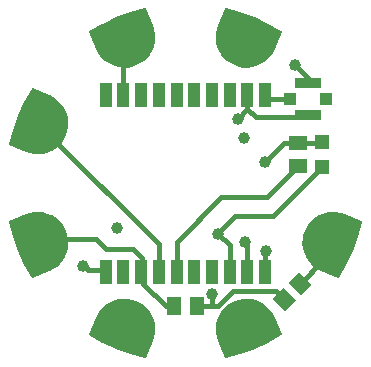
<source format=gbr>
G04 EAGLE Gerber RS-274X export*
G75*
%MOMM*%
%FSLAX34Y34*%
%LPD*%
%INTop Copper*%
%IPPOS*%
%AMOC8*
5,1,8,0,0,1.08239X$1,22.5*%
G01*
%ADD10R,1.000000X2.000000*%
%ADD11R,1.200000X1.200000*%
%ADD12R,1.500000X1.300000*%
%ADD13R,1.300000X1.500000*%
%ADD14C,1.000000*%
%ADD15R,2.200000X0.850000*%
%ADD16R,1.050000X1.000000*%
%ADD17C,2.540000*%
%ADD18C,0.406400*%
%ADD19C,1.008000*%

G36*
X-129377Y-80320D02*
X-129377Y-80320D01*
X-129352Y-80322D01*
X-129212Y-80287D01*
X-129181Y-80281D01*
X-129176Y-80278D01*
X-129170Y-80277D01*
X-115090Y-74445D01*
X-115073Y-74434D01*
X-115049Y-74426D01*
X-111809Y-72804D01*
X-111778Y-72781D01*
X-111731Y-72757D01*
X-108754Y-70691D01*
X-108733Y-70670D01*
X-108712Y-70657D01*
X-108705Y-70649D01*
X-108683Y-70634D01*
X-106031Y-68164D01*
X-106008Y-68134D01*
X-105969Y-68098D01*
X-103695Y-65276D01*
X-103677Y-65243D01*
X-103644Y-65202D01*
X-101794Y-62085D01*
X-101781Y-62049D01*
X-101754Y-62004D01*
X-100367Y-58656D01*
X-100359Y-58619D01*
X-100339Y-58570D01*
X-99442Y-55059D01*
X-99440Y-55021D01*
X-99426Y-54970D01*
X-99039Y-51366D01*
X-99042Y-51328D01*
X-99036Y-51276D01*
X-99165Y-47654D01*
X-99173Y-47617D01*
X-99175Y-47564D01*
X-99818Y-43998D01*
X-99831Y-43962D01*
X-99840Y-43910D01*
X-100985Y-40472D01*
X-101003Y-40438D01*
X-101020Y-40388D01*
X-102642Y-37147D01*
X-102665Y-37117D01*
X-102688Y-37069D01*
X-104755Y-34093D01*
X-104782Y-34066D01*
X-104812Y-34022D01*
X-107281Y-31370D01*
X-107312Y-31347D01*
X-107347Y-31308D01*
X-110169Y-29034D01*
X-110203Y-29016D01*
X-110243Y-28982D01*
X-113360Y-27133D01*
X-113396Y-27120D01*
X-113441Y-27093D01*
X-116789Y-25706D01*
X-116826Y-25698D01*
X-116875Y-25677D01*
X-120387Y-24781D01*
X-120425Y-24778D01*
X-120476Y-24765D01*
X-124079Y-24378D01*
X-124117Y-24380D01*
X-124169Y-24374D01*
X-127791Y-24504D01*
X-127828Y-24512D01*
X-127881Y-24513D01*
X-131447Y-25157D01*
X-131483Y-25170D01*
X-131535Y-25179D01*
X-134974Y-26324D01*
X-134991Y-26333D01*
X-135016Y-26340D01*
X-149096Y-32172D01*
X-149117Y-32185D01*
X-149140Y-32192D01*
X-149205Y-32241D01*
X-149264Y-32276D01*
X-149270Y-32283D01*
X-149285Y-32293D01*
X-149300Y-32312D01*
X-149319Y-32327D01*
X-149367Y-32401D01*
X-149374Y-32411D01*
X-149405Y-32450D01*
X-149407Y-32456D01*
X-149420Y-32472D01*
X-149427Y-32496D01*
X-149440Y-32516D01*
X-149458Y-32602D01*
X-149470Y-32641D01*
X-149477Y-32662D01*
X-149477Y-32665D01*
X-149484Y-32687D01*
X-149482Y-32712D01*
X-149487Y-32736D01*
X-149471Y-32878D01*
X-149471Y-32881D01*
X-149471Y-32887D01*
X-149470Y-32887D01*
X-149469Y-32911D01*
X-149467Y-32916D01*
X-149466Y-32922D01*
X-146163Y-45248D01*
X-146153Y-45270D01*
X-146147Y-45300D01*
X-141782Y-57291D01*
X-141770Y-57313D01*
X-141761Y-57343D01*
X-136368Y-68908D01*
X-136354Y-68928D01*
X-136343Y-68957D01*
X-129962Y-80008D01*
X-129947Y-80027D01*
X-129937Y-80049D01*
X-129875Y-80112D01*
X-129818Y-80179D01*
X-129796Y-80191D01*
X-129779Y-80209D01*
X-129699Y-80246D01*
X-129622Y-80289D01*
X-129598Y-80293D01*
X-129576Y-80304D01*
X-129488Y-80311D01*
X-129401Y-80325D01*
X-129377Y-80320D01*
G37*
G36*
X129414Y-80321D02*
X129414Y-80321D01*
X129438Y-80324D01*
X129524Y-80305D01*
X129612Y-80293D01*
X129633Y-80281D01*
X129657Y-80276D01*
X129731Y-80228D01*
X129809Y-80186D01*
X129825Y-80168D01*
X129846Y-80155D01*
X129935Y-80042D01*
X129957Y-80017D01*
X129958Y-80013D01*
X129962Y-80008D01*
X136343Y-68957D01*
X136351Y-68934D01*
X136368Y-68908D01*
X141761Y-57343D01*
X141767Y-57319D01*
X141782Y-57291D01*
X146147Y-45300D01*
X146151Y-45276D01*
X146163Y-45248D01*
X149466Y-32922D01*
X149468Y-32897D01*
X149477Y-32875D01*
X149477Y-32851D01*
X149477Y-32850D01*
X149477Y-32841D01*
X149477Y-32786D01*
X149485Y-32698D01*
X149478Y-32675D01*
X149478Y-32650D01*
X149471Y-32629D01*
X149471Y-32626D01*
X149460Y-32600D01*
X149448Y-32567D01*
X149425Y-32482D01*
X149410Y-32462D01*
X149402Y-32439D01*
X149389Y-32424D01*
X149386Y-32418D01*
X149349Y-32377D01*
X149345Y-32372D01*
X149293Y-32300D01*
X149273Y-32287D01*
X149257Y-32268D01*
X149241Y-32259D01*
X149235Y-32252D01*
X149201Y-32235D01*
X149133Y-32194D01*
X149106Y-32176D01*
X149101Y-32175D01*
X149096Y-32172D01*
X135016Y-26340D01*
X134996Y-26335D01*
X134974Y-26324D01*
X131535Y-25179D01*
X131519Y-25177D01*
X131511Y-25173D01*
X131482Y-25168D01*
X131447Y-25157D01*
X127881Y-24513D01*
X127843Y-24513D01*
X127791Y-24504D01*
X124169Y-24374D01*
X124132Y-24380D01*
X124079Y-24378D01*
X120476Y-24765D01*
X120439Y-24776D01*
X120387Y-24781D01*
X116875Y-25677D01*
X116840Y-25693D01*
X116789Y-25706D01*
X113441Y-27093D01*
X113409Y-27113D01*
X113360Y-27133D01*
X110243Y-28982D01*
X110215Y-29007D01*
X110169Y-29034D01*
X107347Y-31308D01*
X107322Y-31337D01*
X107281Y-31370D01*
X104812Y-34022D01*
X104791Y-34054D01*
X104755Y-34093D01*
X102688Y-37069D01*
X102672Y-37104D01*
X102642Y-37147D01*
X101020Y-40388D01*
X101009Y-40425D01*
X100985Y-40472D01*
X99840Y-43910D01*
X99835Y-43948D01*
X99818Y-43998D01*
X99175Y-47564D01*
X99175Y-47603D01*
X99165Y-47654D01*
X99036Y-51276D01*
X99041Y-51314D01*
X99039Y-51366D01*
X99426Y-54970D01*
X99437Y-55006D01*
X99442Y-55059D01*
X100339Y-58570D01*
X100354Y-58605D01*
X100367Y-58656D01*
X101754Y-62004D01*
X101775Y-62036D01*
X101794Y-62085D01*
X103644Y-65202D01*
X103669Y-65231D01*
X103695Y-65276D01*
X105969Y-68098D01*
X105998Y-68123D01*
X106031Y-68164D01*
X108683Y-70634D01*
X108715Y-70654D01*
X108726Y-70664D01*
X108741Y-70681D01*
X108747Y-70684D01*
X108754Y-70691D01*
X111731Y-72757D01*
X111765Y-72773D01*
X111809Y-72804D01*
X115049Y-74426D01*
X115069Y-74431D01*
X115090Y-74445D01*
X129170Y-80277D01*
X129194Y-80282D01*
X129216Y-80293D01*
X129303Y-80306D01*
X129390Y-80325D01*
X129414Y-80321D01*
G37*
G36*
X-33945Y-148208D02*
X-33945Y-148208D01*
X-33920Y-148208D01*
X-33837Y-148178D01*
X-33752Y-148155D01*
X-33732Y-148140D01*
X-33709Y-148132D01*
X-33642Y-148075D01*
X-33570Y-148023D01*
X-33557Y-148003D01*
X-33538Y-147987D01*
X-33464Y-147863D01*
X-33446Y-147836D01*
X-33445Y-147831D01*
X-33442Y-147826D01*
X-27610Y-133746D01*
X-27605Y-133726D01*
X-27594Y-133704D01*
X-26449Y-130265D01*
X-26444Y-130228D01*
X-26427Y-130177D01*
X-25783Y-126611D01*
X-25783Y-126573D01*
X-25774Y-126521D01*
X-25644Y-122899D01*
X-25650Y-122862D01*
X-25648Y-122809D01*
X-26035Y-119206D01*
X-26046Y-119169D01*
X-26051Y-119117D01*
X-26947Y-115605D01*
X-26963Y-115570D01*
X-26976Y-115519D01*
X-28363Y-112171D01*
X-28383Y-112139D01*
X-28403Y-112090D01*
X-30252Y-108973D01*
X-30277Y-108945D01*
X-30304Y-108899D01*
X-32578Y-106077D01*
X-32607Y-106052D01*
X-32640Y-106011D01*
X-35292Y-103542D01*
X-35324Y-103521D01*
X-35363Y-103485D01*
X-38339Y-101418D01*
X-38374Y-101402D01*
X-38417Y-101372D01*
X-41658Y-99750D01*
X-41695Y-99739D01*
X-41742Y-99715D01*
X-45180Y-98570D01*
X-45218Y-98565D01*
X-45268Y-98548D01*
X-48834Y-97905D01*
X-48873Y-97905D01*
X-48924Y-97895D01*
X-52546Y-97766D01*
X-52584Y-97771D01*
X-52636Y-97769D01*
X-56240Y-98156D01*
X-56276Y-98167D01*
X-56329Y-98172D01*
X-59840Y-99069D01*
X-59875Y-99084D01*
X-59926Y-99097D01*
X-63274Y-100484D01*
X-63306Y-100505D01*
X-63355Y-100524D01*
X-66472Y-102374D01*
X-66501Y-102399D01*
X-66546Y-102425D01*
X-69368Y-104699D01*
X-69393Y-104728D01*
X-69434Y-104761D01*
X-71904Y-107413D01*
X-71924Y-107445D01*
X-71961Y-107484D01*
X-74027Y-110461D01*
X-74037Y-110482D01*
X-74044Y-110491D01*
X-74048Y-110502D01*
X-74074Y-110539D01*
X-75696Y-113779D01*
X-75701Y-113799D01*
X-75715Y-113820D01*
X-81547Y-127900D01*
X-81552Y-127924D01*
X-81563Y-127946D01*
X-81576Y-128033D01*
X-81595Y-128120D01*
X-81591Y-128144D01*
X-81594Y-128168D01*
X-81575Y-128254D01*
X-81563Y-128342D01*
X-81551Y-128363D01*
X-81546Y-128387D01*
X-81498Y-128461D01*
X-81456Y-128539D01*
X-81438Y-128555D01*
X-81425Y-128576D01*
X-81312Y-128665D01*
X-81287Y-128687D01*
X-81283Y-128688D01*
X-81278Y-128692D01*
X-70227Y-135073D01*
X-70204Y-135081D01*
X-70178Y-135098D01*
X-58613Y-140491D01*
X-58589Y-140497D01*
X-58561Y-140512D01*
X-46570Y-144877D01*
X-46546Y-144881D01*
X-46518Y-144893D01*
X-34192Y-148196D01*
X-34167Y-148198D01*
X-34145Y-148207D01*
X-34056Y-148207D01*
X-33968Y-148215D01*
X-33945Y-148208D01*
G37*
G36*
X-48924Y97895D02*
X-48924Y97895D01*
X-48887Y97903D01*
X-48834Y97905D01*
X-45268Y98548D01*
X-45232Y98561D01*
X-45180Y98570D01*
X-41742Y99715D01*
X-41708Y99733D01*
X-41658Y99750D01*
X-38417Y101372D01*
X-38387Y101395D01*
X-38339Y101418D01*
X-35363Y103485D01*
X-35336Y103512D01*
X-35292Y103542D01*
X-32640Y106011D01*
X-32617Y106042D01*
X-32578Y106077D01*
X-30304Y108899D01*
X-30286Y108933D01*
X-30252Y108973D01*
X-28403Y112090D01*
X-28390Y112126D01*
X-28363Y112171D01*
X-26976Y115519D01*
X-26968Y115556D01*
X-26947Y115605D01*
X-26051Y119117D01*
X-26048Y119155D01*
X-26035Y119206D01*
X-25648Y122809D01*
X-25650Y122847D01*
X-25644Y122899D01*
X-25774Y126521D01*
X-25782Y126558D01*
X-25783Y126611D01*
X-26427Y130177D01*
X-26440Y130213D01*
X-26449Y130265D01*
X-27594Y133704D01*
X-27603Y133721D01*
X-27610Y133746D01*
X-33442Y147826D01*
X-33455Y147847D01*
X-33462Y147870D01*
X-33515Y147940D01*
X-33563Y148015D01*
X-33582Y148030D01*
X-33597Y148049D01*
X-33671Y148097D01*
X-33742Y148150D01*
X-33766Y148157D01*
X-33786Y148170D01*
X-33872Y148188D01*
X-33957Y148214D01*
X-33982Y148212D01*
X-34006Y148217D01*
X-34148Y148201D01*
X-34181Y148199D01*
X-34186Y148197D01*
X-34192Y148196D01*
X-46518Y144893D01*
X-46540Y144883D01*
X-46570Y144877D01*
X-58561Y140512D01*
X-58583Y140500D01*
X-58613Y140491D01*
X-70178Y135098D01*
X-70198Y135084D01*
X-70227Y135073D01*
X-81278Y128692D01*
X-81297Y128677D01*
X-81319Y128667D01*
X-81382Y128605D01*
X-81449Y128548D01*
X-81461Y128526D01*
X-81479Y128509D01*
X-81516Y128429D01*
X-81559Y128352D01*
X-81563Y128328D01*
X-81574Y128306D01*
X-81581Y128218D01*
X-81595Y128131D01*
X-81590Y128107D01*
X-81592Y128082D01*
X-81557Y127942D01*
X-81551Y127911D01*
X-81548Y127906D01*
X-81547Y127900D01*
X-75715Y113820D01*
X-75704Y113803D01*
X-75696Y113779D01*
X-74074Y110539D01*
X-74051Y110508D01*
X-74027Y110461D01*
X-71961Y107484D01*
X-71934Y107457D01*
X-71904Y107413D01*
X-69434Y104761D01*
X-69404Y104738D01*
X-69368Y104699D01*
X-66546Y102425D01*
X-66513Y102407D01*
X-66472Y102374D01*
X-63355Y100524D01*
X-63319Y100511D01*
X-63274Y100484D01*
X-59926Y99097D01*
X-59889Y99089D01*
X-59840Y99069D01*
X-56329Y98172D01*
X-56291Y98170D01*
X-56240Y98156D01*
X-52636Y97769D01*
X-52598Y97772D01*
X-52546Y97766D01*
X-48924Y97895D01*
G37*
G36*
X34148Y-148201D02*
X34148Y-148201D01*
X34181Y-148199D01*
X34186Y-148197D01*
X34192Y-148196D01*
X46518Y-144893D01*
X46540Y-144883D01*
X46570Y-144877D01*
X58561Y-140512D01*
X58583Y-140500D01*
X58613Y-140491D01*
X70178Y-135098D01*
X70198Y-135084D01*
X70227Y-135073D01*
X81278Y-128692D01*
X81297Y-128677D01*
X81319Y-128667D01*
X81382Y-128605D01*
X81449Y-128548D01*
X81461Y-128526D01*
X81479Y-128509D01*
X81516Y-128429D01*
X81559Y-128352D01*
X81563Y-128328D01*
X81574Y-128306D01*
X81581Y-128218D01*
X81595Y-128131D01*
X81590Y-128107D01*
X81592Y-128082D01*
X81557Y-127942D01*
X81551Y-127911D01*
X81548Y-127906D01*
X81547Y-127900D01*
X75715Y-113820D01*
X75704Y-113803D01*
X75696Y-113779D01*
X74074Y-110539D01*
X74051Y-110508D01*
X74027Y-110461D01*
X71961Y-107484D01*
X71934Y-107457D01*
X71904Y-107413D01*
X69434Y-104761D01*
X69404Y-104738D01*
X69368Y-104699D01*
X66546Y-102425D01*
X66513Y-102407D01*
X66472Y-102374D01*
X63355Y-100524D01*
X63319Y-100511D01*
X63274Y-100484D01*
X59926Y-99097D01*
X59889Y-99089D01*
X59840Y-99069D01*
X56329Y-98172D01*
X56291Y-98170D01*
X56240Y-98156D01*
X52636Y-97769D01*
X52598Y-97772D01*
X52546Y-97766D01*
X48924Y-97895D01*
X48887Y-97903D01*
X48834Y-97905D01*
X45268Y-98548D01*
X45232Y-98561D01*
X45180Y-98570D01*
X41742Y-99715D01*
X41708Y-99733D01*
X41658Y-99750D01*
X38417Y-101372D01*
X38387Y-101395D01*
X38339Y-101418D01*
X35363Y-103485D01*
X35336Y-103512D01*
X35292Y-103542D01*
X32640Y-106011D01*
X32617Y-106042D01*
X32578Y-106077D01*
X30304Y-108899D01*
X30286Y-108933D01*
X30252Y-108973D01*
X28403Y-112090D01*
X28390Y-112126D01*
X28363Y-112171D01*
X26976Y-115519D01*
X26968Y-115556D01*
X26947Y-115605D01*
X26051Y-119117D01*
X26048Y-119155D01*
X26035Y-119206D01*
X25648Y-122809D01*
X25650Y-122847D01*
X25644Y-122899D01*
X25774Y-126521D01*
X25782Y-126558D01*
X25783Y-126611D01*
X26427Y-130177D01*
X26440Y-130213D01*
X26449Y-130265D01*
X27594Y-133704D01*
X27603Y-133721D01*
X27610Y-133746D01*
X33442Y-147826D01*
X33455Y-147847D01*
X33462Y-147870D01*
X33515Y-147940D01*
X33563Y-148015D01*
X33582Y-148030D01*
X33597Y-148049D01*
X33671Y-148097D01*
X33742Y-148150D01*
X33766Y-148157D01*
X33786Y-148170D01*
X33872Y-148188D01*
X33957Y-148214D01*
X33982Y-148212D01*
X34006Y-148217D01*
X34148Y-148201D01*
G37*
G36*
X52584Y97771D02*
X52584Y97771D01*
X52636Y97769D01*
X56240Y98156D01*
X56276Y98167D01*
X56329Y98172D01*
X59840Y99069D01*
X59875Y99084D01*
X59926Y99097D01*
X63274Y100484D01*
X63306Y100505D01*
X63355Y100524D01*
X66472Y102374D01*
X66501Y102399D01*
X66546Y102425D01*
X69368Y104699D01*
X69393Y104728D01*
X69434Y104761D01*
X71904Y107413D01*
X71924Y107445D01*
X71961Y107484D01*
X74027Y110461D01*
X74043Y110495D01*
X74074Y110539D01*
X75696Y113779D01*
X75701Y113799D01*
X75715Y113820D01*
X81547Y127900D01*
X81552Y127924D01*
X81563Y127946D01*
X81576Y128033D01*
X81595Y128120D01*
X81591Y128144D01*
X81594Y128168D01*
X81575Y128254D01*
X81563Y128342D01*
X81551Y128363D01*
X81546Y128387D01*
X81498Y128461D01*
X81456Y128539D01*
X81438Y128555D01*
X81425Y128576D01*
X81312Y128665D01*
X81287Y128687D01*
X81283Y128688D01*
X81278Y128692D01*
X70227Y135073D01*
X70204Y135081D01*
X70178Y135098D01*
X58613Y140491D01*
X58589Y140497D01*
X58561Y140512D01*
X46570Y144877D01*
X46546Y144881D01*
X46518Y144893D01*
X34192Y148196D01*
X34167Y148198D01*
X34145Y148207D01*
X34056Y148207D01*
X33968Y148215D01*
X33945Y148208D01*
X33920Y148208D01*
X33837Y148178D01*
X33752Y148155D01*
X33732Y148140D01*
X33709Y148132D01*
X33642Y148075D01*
X33570Y148023D01*
X33557Y148003D01*
X33538Y147987D01*
X33464Y147863D01*
X33446Y147836D01*
X33445Y147831D01*
X33442Y147826D01*
X27610Y133746D01*
X27605Y133726D01*
X27594Y133704D01*
X26449Y130265D01*
X26444Y130228D01*
X26427Y130177D01*
X25783Y126611D01*
X25783Y126573D01*
X25774Y126521D01*
X25644Y122899D01*
X25650Y122862D01*
X25648Y122809D01*
X26035Y119206D01*
X26046Y119169D01*
X26051Y119117D01*
X26947Y115605D01*
X26963Y115570D01*
X26976Y115519D01*
X28363Y112171D01*
X28383Y112139D01*
X28403Y112090D01*
X30252Y108973D01*
X30277Y108945D01*
X30304Y108899D01*
X32578Y106077D01*
X32607Y106052D01*
X32640Y106011D01*
X35292Y103542D01*
X35324Y103521D01*
X35363Y103485D01*
X38339Y101418D01*
X38374Y101402D01*
X38417Y101372D01*
X41658Y99750D01*
X41695Y99739D01*
X41742Y99715D01*
X45180Y98570D01*
X45218Y98565D01*
X45268Y98548D01*
X48834Y97905D01*
X48873Y97905D01*
X48924Y97895D01*
X52546Y97766D01*
X52584Y97771D01*
G37*
G36*
X-124132Y24380D02*
X-124132Y24380D01*
X-124079Y24378D01*
X-120476Y24765D01*
X-120439Y24776D01*
X-120387Y24781D01*
X-116875Y25677D01*
X-116840Y25693D01*
X-116789Y25706D01*
X-113441Y27093D01*
X-113409Y27113D01*
X-113360Y27133D01*
X-110243Y28982D01*
X-110215Y29007D01*
X-110169Y29034D01*
X-107347Y31308D01*
X-107322Y31337D01*
X-107281Y31370D01*
X-104812Y34022D01*
X-104791Y34054D01*
X-104755Y34093D01*
X-102688Y37069D01*
X-102672Y37104D01*
X-102642Y37147D01*
X-101020Y40388D01*
X-101009Y40425D01*
X-100985Y40472D01*
X-99840Y43910D01*
X-99835Y43948D01*
X-99818Y43998D01*
X-99175Y47564D01*
X-99175Y47603D01*
X-99165Y47654D01*
X-99036Y51276D01*
X-99041Y51314D01*
X-99039Y51366D01*
X-99426Y54970D01*
X-99437Y55006D01*
X-99442Y55059D01*
X-100339Y58570D01*
X-100354Y58605D01*
X-100367Y58656D01*
X-101754Y62004D01*
X-101775Y62036D01*
X-101794Y62085D01*
X-103644Y65202D01*
X-103669Y65231D01*
X-103695Y65276D01*
X-105969Y68098D01*
X-105998Y68123D01*
X-106031Y68164D01*
X-108683Y70634D01*
X-108715Y70654D01*
X-108754Y70691D01*
X-111731Y72757D01*
X-111765Y72773D01*
X-111809Y72804D01*
X-115049Y74426D01*
X-115069Y74431D01*
X-115090Y74445D01*
X-129170Y80277D01*
X-129194Y80282D01*
X-129216Y80293D01*
X-129303Y80306D01*
X-129390Y80325D01*
X-129414Y80321D01*
X-129438Y80324D01*
X-129524Y80305D01*
X-129612Y80293D01*
X-129633Y80281D01*
X-129657Y80276D01*
X-129731Y80228D01*
X-129809Y80186D01*
X-129825Y80168D01*
X-129846Y80155D01*
X-129935Y80042D01*
X-129957Y80017D01*
X-129958Y80013D01*
X-129962Y80008D01*
X-136343Y68957D01*
X-136351Y68934D01*
X-136368Y68908D01*
X-141761Y57343D01*
X-141767Y57319D01*
X-141782Y57291D01*
X-146147Y45300D01*
X-146151Y45276D01*
X-146163Y45248D01*
X-149466Y32922D01*
X-149468Y32897D01*
X-149477Y32875D01*
X-149477Y32786D01*
X-149485Y32698D01*
X-149478Y32675D01*
X-149478Y32650D01*
X-149448Y32567D01*
X-149425Y32482D01*
X-149410Y32462D01*
X-149402Y32439D01*
X-149345Y32372D01*
X-149293Y32300D01*
X-149273Y32287D01*
X-149257Y32268D01*
X-149133Y32194D01*
X-149106Y32176D01*
X-149101Y32175D01*
X-149096Y32172D01*
X-135016Y26340D01*
X-134996Y26335D01*
X-134974Y26324D01*
X-131535Y25179D01*
X-131498Y25174D01*
X-131447Y25157D01*
X-127881Y24513D01*
X-127843Y24513D01*
X-127791Y24504D01*
X-124169Y24374D01*
X-124132Y24380D01*
G37*
D10*
X-67500Y-75000D03*
X-52500Y-75000D03*
X-37500Y-75000D03*
X-22500Y-75000D03*
X-7500Y-75000D03*
X7500Y-75000D03*
X22500Y-75000D03*
X37500Y-75000D03*
X52500Y-75000D03*
X67500Y-75000D03*
X67500Y75000D03*
X52500Y75000D03*
X37500Y75000D03*
X22500Y75000D03*
X7500Y75000D03*
X-7500Y75000D03*
X-22500Y75000D03*
X-37500Y75000D03*
X-52500Y75000D03*
X-67500Y75000D03*
D11*
X115810Y13630D03*
X115810Y34630D03*
D12*
X95490Y33630D03*
X95490Y14630D03*
D13*
X9740Y-104140D03*
X-9260Y-104140D03*
G36*
X87248Y-84372D02*
X96440Y-75180D01*
X107046Y-85786D01*
X97854Y-94978D01*
X87248Y-84372D01*
G37*
G36*
X73813Y-97807D02*
X83005Y-88615D01*
X93611Y-99221D01*
X84419Y-108413D01*
X73813Y-97807D01*
G37*
D14*
X49530Y38100D03*
X-58190Y-37650D03*
D15*
X104140Y57370D03*
X104140Y84870D03*
D16*
X88890Y71120D03*
X119390Y71120D03*
D17*
X-48260Y-115570D03*
X116840Y-46990D03*
X-116840Y-46990D03*
X48260Y115570D03*
X48260Y-115570D03*
X-116840Y46990D03*
X-48260Y115570D03*
D18*
X-75971Y-47219D02*
X-67310Y-55880D01*
X-44450Y-55880D01*
X-36830Y-63500D01*
X-36830Y-74330D01*
X-37500Y-75000D01*
X-16510Y-104140D02*
X-9260Y-104140D01*
X-16510Y-104140D02*
X-35560Y-85090D01*
X-35560Y-76940D01*
X-37500Y-75000D01*
X37500Y-75000D02*
X37500Y-52740D01*
X27940Y-43180D01*
D19*
X27940Y-43180D03*
D18*
X74240Y-27940D02*
X115810Y13630D01*
X74240Y-27940D02*
X41910Y-27940D01*
X27940Y-41910D01*
X27940Y-43180D01*
X59690Y55880D02*
X104140Y55880D01*
X59690Y55880D02*
X52500Y63070D01*
X52500Y75000D01*
X-52500Y75000D02*
X-52500Y115570D01*
X-48260Y115570D01*
X104140Y88900D02*
X104140Y84870D01*
X104140Y88900D02*
X92710Y100330D01*
D19*
X92710Y100330D03*
D18*
X52500Y75000D02*
X52500Y62660D01*
X44450Y54610D01*
D19*
X44450Y54610D03*
D18*
X-75971Y-47219D02*
X-116840Y-47219D01*
X-116840Y-46990D01*
X104140Y55880D02*
X104140Y57370D01*
X76639Y-91440D02*
X83712Y-98514D01*
X76639Y-91440D02*
X40640Y-91440D01*
X27940Y-104140D01*
X21590Y-104140D01*
X9740Y-104140D01*
X-67500Y-75000D02*
X-68840Y-73660D01*
X-81280Y-73660D01*
X-82550Y-73660D01*
D19*
X-86360Y-69850D03*
D18*
X-85090Y-69850D01*
X-81280Y-73660D01*
D19*
X22860Y-93980D03*
D18*
X22860Y-102870D01*
X21590Y-104140D01*
X97147Y-85079D02*
X116840Y-65386D01*
X116840Y-46990D01*
X-22500Y-51469D02*
X-22500Y-75000D01*
X-22500Y-51469D02*
X-116840Y42871D01*
X-116840Y46990D01*
X71380Y71120D02*
X88890Y71120D01*
X71380Y71120D02*
X67500Y75000D01*
X95490Y33630D02*
X114810Y33630D01*
X115810Y34630D01*
X95490Y33630D02*
X83160Y33630D01*
X67310Y17780D01*
D19*
X67310Y17780D03*
D18*
X-7500Y-49410D02*
X-7500Y-75000D01*
X-7500Y-49410D02*
X30480Y-11430D01*
X69430Y-11430D01*
X95490Y14630D01*
D19*
X68580Y-57150D03*
D18*
X67500Y-58230D01*
X67500Y-75000D01*
D19*
X50800Y-49530D03*
D18*
X52500Y-51230D01*
X52500Y-75000D01*
M02*

</source>
